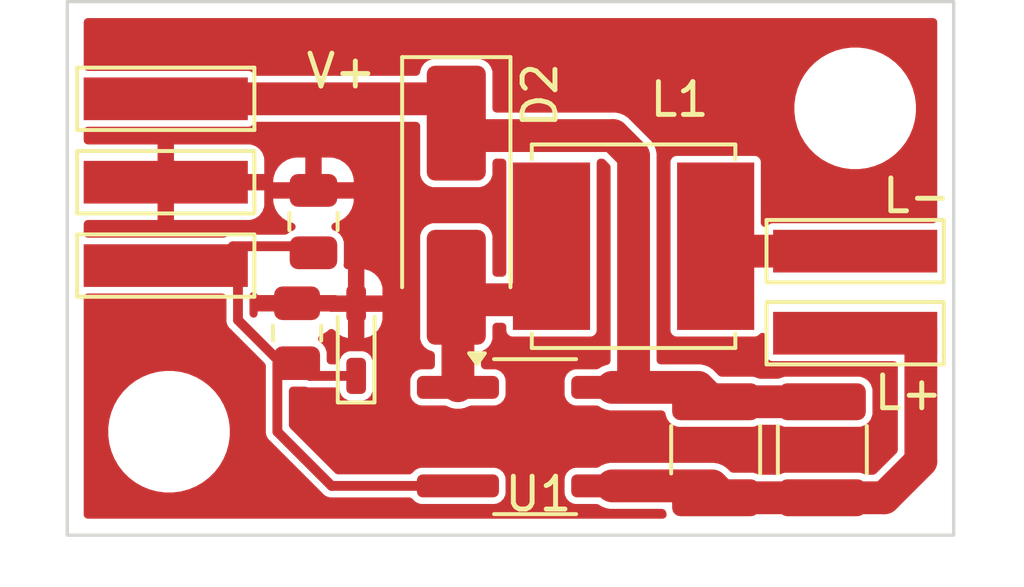
<source format=kicad_pcb>
(kicad_pcb (version 20240108) (generator "pcbnew") (generator_version "8.0")
  (layers (0 "F.Cu" signal) (31 "B.Cu" signal) (34 "B.Paste" user) (35 "F.Paste" user) (36 "B.SilkS" user "B.Silkscreen") (37 "F.SilkS" user "F.Silkscreen") (38 "B.Mask" user) (39 "F.Mask" user) (44 "Edge.Cuts" user))
  (net 0 "")
  (net 1 "GND")
  (net 2 "+24V")
  (net 3 "/dim")
  (net 4 "/sw")
  (net 5 "CSN")
  (net 6 "/LED-")
  (footprint "me_misc:Solder_Pad_5x1.3mm" (layer "F.Cu") (at 133.75 108.04)
    (property "Reference" "J5" (hide yes))
    (property "Value" "TestPoint")
    (fp_line (start -2.7 -0.95) (end 2.7 -0.95) (stroke (width 0.12)) (layer "F.SilkS"))
    (fp_line (start -2.7 0.95) (end -2.7 -0.95) (stroke (width 0.12)) (layer "F.SilkS"))
    (fp_line (start 2.7 -0.95) (end 2.7 0.95) (stroke (width 0.12)) (layer "F.SilkS"))
    (fp_line (start 2.7 0.95) (end -2.7 0.95) (stroke (width 0.12)) (layer "F.SilkS"))
    (pad "1" smd rect (at 0 0) (size 5 1.3) (layers "F.Cu" "F.Mask") (net 3 "/dim"))
  )
  (footprint "Package_TO_SOT_SMD:SOT-89-5_Handsoldering" (layer "F.Cu") (at 145 113.25)
    (property "Reference" "U1" (at 0.1 1.75 0) (layer "F.SilkS"))
    (property "Value" "PT4115")
    (fp_line (start -1.25 -2.36) (end 1.25 -2.36) (stroke (width 0.12)) (layer "F.SilkS"))
    (fp_line (start 1.25 2.36) (end -1.25 2.36) (stroke (width 0.12)) (layer "F.SilkS"))
    (fp_poly (pts (xy -1.77 -2.21) (xy -2.01 -2.54) (xy -1.53 -2.54) (xy -1.77 -2.21)) (stroke (width 0.12)) (fill solid) (layer "F.SilkS"))
    (pad "1" smd roundrect (at -2.35 -1.5) (size 2.5 0.7) (layers "F.Cu" "F.Paste" "F.Mask") (net 4 "/sw"))
    (pad "2" smd custom (at 0 0) (size 0.8 2) (layers "F.Cu" "F.Paste" "F.Mask") (net 1 "GND") (options (clearance outline) (anchor rect)) (primitives (gr_poly (pts (xy 0.9 -0.5) (xy 3.6 -0.5) (xy 3.6 0.5) (xy 0.9 0.5) (xy 0.4 1) (xy -0.4 1) (xy -0.9 0.5) (xy -3.6 0.5) (xy -3.6 -0.5) (xy -0.9 -0.5) (xy -0.4 -1) (xy 0.4 -1)) (width 0) (fill yes))))
    (pad "3" smd roundrect (at -2.35 1.5) (size 2.5 0.7) (layers "F.Cu" "F.Paste" "F.Mask") (net 3 "/dim"))
    (pad "4" smd roundrect (at 2.35 1.5) (size 2.5 0.7) (layers "F.Cu" "F.Paste" "F.Mask") (net 5 "CSN"))
    (pad "5" smd roundrect (at 2.35 -1.5) (size 2.5 0.7) (layers "F.Cu" "F.Paste" "F.Mask") (net 2 "+24V"))
  )
  (footprint "me_misc:Solder_Pad_5x1.3mm" (layer "F.Cu") (at 133.75 102.96)
    (property "Reference" "J6" (hide yes))
    (property "Value" "TestPoint")
    (fp_line (start -2.7 -0.95) (end 2.7 -0.95) (stroke (width 0.12)) (layer "F.SilkS"))
    (fp_line (start -2.7 0.95) (end -2.7 -0.95) (stroke (width 0.12)) (layer "F.SilkS"))
    (fp_line (start 2.7 -0.95) (end 2.7 0.95) (stroke (width 0.12)) (layer "F.SilkS"))
    (fp_line (start 2.7 0.95) (end -2.7 0.95) (stroke (width 0.12)) (layer "F.SilkS"))
    (pad "1" smd rect (at 0 0) (size 5 1.3) (layers "F.Cu" "F.Mask") (net 2 "+24V"))
  )
  (footprint "me_misc:Solder_Pad_5x1.3mm" (layer "F.Cu") (at 133.75 105.5)
    (property "Reference" "J4" (hide yes))
    (property "Value" "TestPoint")
    (fp_line (start -2.7 -0.95) (end 2.7 -0.95) (stroke (width 0.12)) (layer "F.SilkS"))
    (fp_line (start -2.7 0.95) (end -2.7 -0.95) (stroke (width 0.12)) (layer "F.SilkS"))
    (fp_line (start 2.7 -0.95) (end 2.7 0.95) (stroke (width 0.12)) (layer "F.SilkS"))
    (fp_line (start 2.7 0.95) (end -2.7 0.95) (stroke (width 0.12)) (layer "F.SilkS"))
    (pad "1" smd rect (at 0 0) (size 5 1.3) (layers "F.Cu" "F.Mask") (net 1 "GND"))
  )
  (footprint "MountingHole:MountingHole_3.2mm_M3_ISO14580" (layer "F.Cu") (at 154.75 103.25)
    (property "Reference" "H2" (hide yes))
    (property "Value" "MountingHole")
    (pad "" np_thru_hole circle (at 0 0) (size 3.2 3.2) (drill 3.2) (layers "*.Cu" "*.Mask"))
  )
  (footprint "Resistor_SMD:R_1210_3225Metric" (layer "F.Cu") (at 153.75 113.65 -90)
    (property "Reference" "R2" (hide yes))
    (property "Value" "0R2")
    (fp_line (start -0.723737 1.355) (end 0.723737 1.355) (stroke (width 0.12)) (layer "F.SilkS"))
    (fp_line (start -0.723737 -1.355) (end 0.723737 -1.355) (stroke (width 0.12)) (layer "F.SilkS"))
    (pad "1" smd roundrect (at -1.4625 0 270) (size 1.125 2.65) (layers "F.Cu" "F.Paste" "F.Mask") (roundrect_rratio 0.222222) (net 2 "+24V"))
    (pad "2" smd roundrect (at 1.4625 0 270) (size 1.125 2.65) (layers "F.Cu" "F.Paste" "F.Mask") (roundrect_rratio 0.222222) (net 5 "CSN"))
  )
  (footprint "me_misc:Solder_Pad_5x1.3mm" (layer "F.Cu") (at 154.75 107.6 180)
    (property "Reference" "J2" (hide yes))
    (property "Value" "TestPoint")
    (fp_line (start 2.7 0.95) (end -2.7 0.95) (stroke (width 0.12)) (layer "F.SilkS"))
    (fp_line (start 2.7 -0.95) (end 2.7 0.95) (stroke (width 0.12)) (layer "F.SilkS"))
    (fp_line (start -2.7 0.95) (end -2.7 -0.95) (stroke (width 0.12)) (layer "F.SilkS"))
    (fp_line (start -2.7 -0.95) (end 2.7 -0.95) (stroke (width 0.12)) (layer "F.SilkS"))
    (pad "1" smd rect (at 0 0 180) (size 5 1.3) (layers "F.Cu" "F.Mask") (net 6 "/LED-"))
  )
  (footprint "Inductor_SMD:L_Bourns_SRN6045TA" (layer "F.Cu") (at 148 107.45 180)
    (property "Reference" "L1" (at -1.4 4.47 180) (layer "F.SilkS"))
    (property "Value" "SRN6045TA-470M")
    (fp_line (start 3.1 3.1) (end 3.1 2.65) (stroke (width 0.12)) (layer "F.SilkS"))
    (fp_line (start 3.1 3.1) (end -3.1 3.1) (stroke (width 0.12)) (layer "F.SilkS"))
    (fp_line (start 3.1 -3.1) (end 3.1 -2.65) (stroke (width 0.12)) (layer "F.SilkS"))
    (fp_line (start -3.1 3.1) (end -3.1 2.65) (stroke (width 0.12)) (layer "F.SilkS"))
    (fp_line (start -3.1 -3.1) (end 3.1 -3.1) (stroke (width 0.12)) (layer "F.SilkS"))
    (fp_line (start -3.1 -3.1) (end -3.1 -2.65) (stroke (width 0.12)) (layer "F.SilkS"))
    (pad "1" smd rect (at -2.5 0 180) (size 2.35 5.1) (layers "F.Cu" "F.Paste" "F.Mask") (net 6 "/LED-"))
    (pad "2" smd rect (at 2.5 0 180) (size 2.35 5.1) (layers "F.Cu" "F.Paste" "F.Mask") (net 4 "/sw"))
  )
  (footprint "Diode_SMD:D_SC-80_HandSoldering" (layer "F.Cu") (at 139.55 110.3 90)
    (property "Reference" "D1" (hide yes))
    (property "Value" " BZX384-B5V1,115")
    (fp_line (start -1.91 -0.56) (end 0.7 -0.56) (stroke (width 0.12)) (layer "F.SilkS"))
    (fp_line (start -1.91 -0.55) (end -1.91 0.55) (stroke (width 0.12)) (layer "F.SilkS"))
    (fp_line (start -1.91 0.56) (end 0.7 0.56) (stroke (width 0.12)) (layer "F.SilkS"))
    (pad "1" smd roundrect (at -1.1 0 90) (size 1.1 0.6) (layers "F.Cu" "F.Paste" "F.Mask") (net 3 "/dim"))
    (pad "2" smd roundrect (at 1.1 0 90) (size 1.1 0.6) (layers "F.Cu" "F.Paste" "F.Mask") (net 1 "GND"))
  )
  (footprint "Resistor_SMD:R_1210_3225Metric" (layer "F.Cu") (at 150.5 113.65 -90)
    (property "Reference" "R1" (hide yes))
    (property "Value" "0R2")
    (fp_line (start -0.723737 1.355) (end 0.723737 1.355) (stroke (width 0.12)) (layer "F.SilkS"))
    (fp_line (start -0.723737 -1.355) (end 0.723737 -1.355) (stroke (width 0.12)) (layer "F.SilkS"))
    (pad "1" smd roundrect (at -1.4625 0 270) (size 1.125 2.65) (layers "F.Cu" "F.Paste" "F.Mask") (roundrect_rratio 0.222222) (net 2 "+24V"))
    (pad "2" smd roundrect (at 1.4625 0 270) (size 1.125 2.65) (layers "F.Cu" "F.Paste" "F.Mask") (roundrect_rratio 0.222222) (net 5 "CSN"))
  )
  (footprint "me_misc:Solder_Pad_5x1.3mm" (layer "F.Cu") (at 154.75 110.1 180)
    (property "Reference" "J3" (hide yes))
    (property "Value" "TestPoint")
    (fp_line (start 2.7 0.95) (end -2.7 0.95) (stroke (width 0.12)) (layer "F.SilkS"))
    (fp_line (start 2.7 -0.95) (end 2.7 0.95) (stroke (width 0.12)) (layer "F.SilkS"))
    (fp_line (start -2.7 0.95) (end -2.7 -0.95) (stroke (width 0.12)) (layer "F.SilkS"))
    (fp_line (start -2.7 -0.95) (end 2.7 -0.95) (stroke (width 0.12)) (layer "F.SilkS"))
    (pad "1" smd rect (at 0 0 180) (size 5 1.3) (layers "F.Cu" "F.Mask") (net 5 "CSN"))
  )
  (footprint "Diode_SMD:D_SMA_Handsoldering" (layer "F.Cu") (at 142.6 106.2 -90)
    (property "Reference" "D2" (at -3.35 -2.55 -90) (layer "F.SilkS"))
    (property "Value" "SS14-LTP")
    (fp_line (start -4.51 1.65) (end 2.5 1.65) (stroke (width 0.12)) (layer "F.SilkS"))
    (fp_line (start -4.51 -1.65) (end -4.51 1.65) (stroke (width 0.12)) (layer "F.SilkS"))
    (fp_line (start -4.51 -1.65) (end 2.5 -1.65) (stroke (width 0.12)) (layer "F.SilkS"))
    (pad "1" smd roundrect (at -2.5 0 270) (size 3.5 1.8) (layers "F.Cu" "F.Paste" "F.Mask") (roundrect_rratio 0.1388888889) (net 2 "+24V"))
    (pad "2" smd roundrect (at 2.5 0 270) (size 3.5 1.8) (layers "F.Cu" "F.Paste" "F.Mask") (roundrect_rratio 0.1388888889) (net 4 "/sw"))
  )
  (footprint "Capacitor_SMD:C_0805_2012Metric" (layer "F.Cu") (at 138.25 106.7 90)
    (property "Reference" "C1" (hide yes))
    (property "Value" "nc")
    (fp_line (start -0.261252 -0.735) (end 0.261252 -0.735) (stroke (width 0.12)) (layer "F.SilkS"))
    (fp_line (start -0.261252 0.735) (end 0.261252 0.735) (stroke (width 0.12)) (layer "F.SilkS"))
    (pad "1" smd roundrect (at -0.95 0 90) (size 1 1.45) (layers "F.Cu" "F.Paste" "F.Mask") (net 3 "/dim"))
    (pad "2" smd roundrect (at 0.95 0 90) (size 1 1.45) (layers "F.Cu" "F.Paste" "F.Mask") (net 1 "GND"))
  )
  (footprint "MountingHole:MountingHole_3.2mm_M3_ISO14580" (layer "F.Cu") (at 133.85 113.1)
    (property "Reference" "H1" (hide yes))
    (property "Value" "MountingHole")
    (pad "" np_thru_hole circle (at 0 0) (size 3.2 3.2) (drill 3.2) (layers "*.Cu" "*.Mask"))
  )
  (footprint "Resistor_SMD:R_0805_2012Metric" (layer "F.Cu") (at 137.75 110.1 90)
    (property "Reference" "R3" (hide yes))
    (property "Value" "10k")
    (fp_line (start -0.227064 -0.735) (end 0.227064 -0.735) (stroke (width 0.12)) (layer "F.SilkS"))
    (fp_line (start -0.227064 0.735) (end 0.227064 0.735) (stroke (width 0.12)) (layer "F.SilkS"))
    (pad "1" smd roundrect (at -0.9125 0 90) (size 1.025 1.4) (layers "F.Cu" "F.Paste" "F.Mask") (roundrect_rratio 0.243902) (net 3 "/dim"))
    (pad "2" smd roundrect (at 0.9125 0 90) (size 1.025 1.4) (layers "F.Cu" "F.Paste" "F.Mask") (roundrect_rratio 0.243902) (net 1 "GND"))
  )
  (gr_rect (start 130.75 100) (end 157.75 116.25) (stroke (width 0.1)) (fill none) (layer "Edge.Cuts"))
  (gr_text "L-" (at 155.5 106.5 0) (layer "F.SilkS") (effects (font (size 1 1)) (justify left bottom)))
  (gr_text "L+\n" (at 155.25 112.5 0) (layer "F.SilkS") (effects (font (size 1 1)) (justify left bottom)))
  (gr_text "V+" (at 137.95 102.7 0) (layer "F.SilkS") (effects (font (size 1 1)) (justify left bottom)))
  (segment (start 150.0875 112) (end 150.15 111.9375) (width 0.2) (layer "F.Cu") (net 2))
  (segment (start 147.38 104.08) (end 142.6 104.08) (width 1) (layer "F.Cu") (net 2))
  (segment (start 148 104.7) (end 148 111.6) (width 1) (layer "F.Cu") (net 2))
  (segment (start 148 104.7) (end 147.38 104.08) (width 1) (layer "F.Cu") (net 2))
  (segment (start 147.35 111.75) (end 149.9625 111.75) (width 1) (layer "F.Cu") (net 2))
  (segment (start 142.6 104.08) (end 142.27 104.41) (width 1) (layer "F.Cu") (net 2))
  (segment (start 149.9625 111.75) (end 150.15 111.9375) (width 1) (layer "F.Cu") (net 2))
  (segment (start 150.15 112.1875) (end 152.51 112.1875) (width 1) (layer "F.Cu") (net 2))
  (segment (start 133.75 102.96) (end 142.41 102.96) (width 1) (layer "F.Cu") (net 2))
  (segment (start 148 111.6) (end 147.95 111.65) (width 1) (layer "F.Cu") (net 2))
  (segment (start 142.41 102.71) (end 142.55 102.85) (width 1) (layer "F.Cu") (net 2))
  (segment (start 137.0625 110.8125) (end 135.95 109.7) (width 0.3) (layer "F.Cu") (net 3))
  (segment (start 135.95 109.7) (end 135.95 108.3) (width 0.3) (layer "F.Cu") (net 3))
  (segment (start 135.4375 108.3875) (end 135.35 108.3) (width 0.3) (layer "F.Cu") (net 3))
  (segment (start 135.8 107.45) (end 135.75 107.5) (width 0.3) (layer "F.Cu") (net 3))
  (segment (start 138.1375 111.4) (end 137.75 111.0125) (width 0.3) (layer "F.Cu") (net 3))
  (segment (start 142.65 114.75) (end 138.8 114.75) (width 0.3) (layer "F.Cu") (net 3))
  (segment (start 138.8 114.75) (end 137.15 113.1) (width 0.3) (layer "F.Cu") (net 3))
  (segment (start 137.15 113.1) (end 137.15 110.9) (width 0.3) (layer "F.Cu") (net 3))
  (segment (start 137.75 110.8125) (end 137.0625 110.8125) (width 0.3) (layer "F.Cu") (net 3))
  (segment (start 139.55 111.4) (end 138.1375 111.4) (width 0.3) (layer "F.Cu") (net 3))
  (segment (start 137.75 107.45) (end 135.8 107.45) (width 0.3) (layer "F.Cu") (net 3))
  (segment (start 142.65 109.13) (end 142.6 109.08) (width 1) (layer "F.Cu") (net 4))
  (segment (start 145.37 109.08) (end 145.5 108.95) (width 1) (layer "F.Cu") (net 4))
  (segment (start 142.6 109.08) (end 145.37 109.08) (width 1) (layer "F.Cu") (net 4))
  (segment (start 142.6 109.08) (end 142.6 108.48) (width 0.2) (layer "F.Cu") (net 4))
  (segment (start 142.65 111.7) (end 142.65 109.13) (width 1) (layer "F.Cu") (net 4))
  (segment (start 142.6 108.48) (end 143.13 107.95) (width 0.2) (layer "F.Cu") (net 4))
  (segment (start 155.6375 115.1125) (end 156.75 114) (width 1) (layer "F.Cu") (net 5))
  (segment (start 150.0125 115) (end 150.15 114.8625) (width 0.2) (layer "F.Cu") (net 5))
  (segment (start 150.3875 114.75) (end 150.5 114.8625) (width 1) (layer "F.Cu") (net 5))
  (segment (start 147.35 114.75) (end 150.3875 114.75) (width 1) (layer "F.Cu") (net 5))
  (segment (start 156.75 114) (end 156.75 110) (width 1) (layer "F.Cu") (net 5))
  (segment (start 149.65 115.1125) (end 155.6375 115.1125) (width 1) (layer "F.Cu") (net 5))
  (segment (start 154.75 107.6) (end 150.85 107.6) (width 1) (layer "F.Cu") (net 6))
  (segment (start 154.75 107.6) (end 154.65 107.5) (width 1) (layer "F.Cu") (net 6))
  (segment (start 150.72 107.73) (end 150.5 107.95) (width 1) (layer "F.Cu") (net 6))
  (segment (start 150.85 109.05) (end 150.5 108.7) (width 1) (layer "F.Cu") (net 6))
  (zone (net 1) (net_name "GND") (layer "F.Cu") (connect_pads (clearance 0.1)) (min_thickness 0.25) (fill yes (thermal_gap 0.5) (thermal_bridge_width 0.5))
    (polygon (pts (xy 130.7 100.25) (xy 157.5 100.25) (xy 157.5 116) (xy 130.7 116)))
  )
)
</source>
